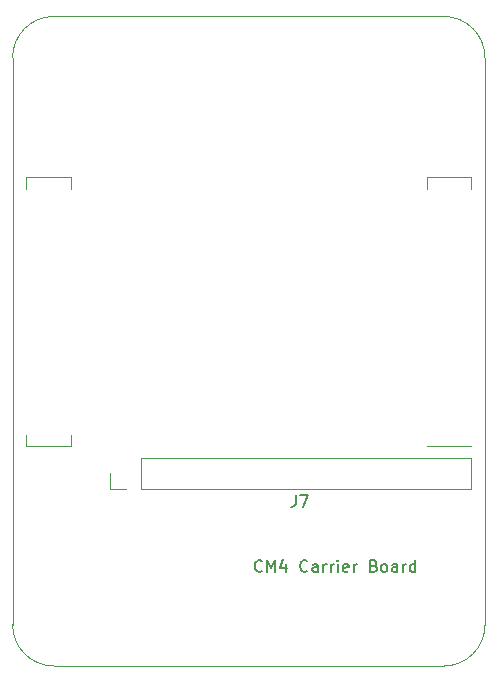
<source format=gto>
%TF.GenerationSoftware,KiCad,Pcbnew,7.0.5*%
%TF.CreationDate,2023-07-07T08:41:41+03:00*%
%TF.ProjectId,carrier_board_v1,63617272-6965-4725-9f62-6f6172645f76,v01*%
%TF.SameCoordinates,Original*%
%TF.FileFunction,Legend,Top*%
%TF.FilePolarity,Positive*%
%FSLAX46Y46*%
G04 Gerber Fmt 4.6, Leading zero omitted, Abs format (unit mm)*
G04 Created by KiCad (PCBNEW 7.0.5) date 2023-07-07 08:41:41*
%MOMM*%
%LPD*%
G01*
G04 APERTURE LIST*
%ADD10C,0.150000*%
%ADD11C,0.120000*%
%ADD12R,1.700000X1.700000*%
%ADD13O,1.700000X1.700000*%
%ADD14C,6.100000*%
%ADD15R,0.700000X0.200000*%
%ADD16C,0.499999*%
%ADD17C,1.168400*%
%ADD18C,0.650000*%
%ADD19O,1.050000X2.100000*%
%ADD20O,1.000000X2.000000*%
G04 APERTURE END LIST*
D10*
X147610713Y-125434580D02*
X147563094Y-125482200D01*
X147563094Y-125482200D02*
X147420237Y-125529819D01*
X147420237Y-125529819D02*
X147324999Y-125529819D01*
X147324999Y-125529819D02*
X147182142Y-125482200D01*
X147182142Y-125482200D02*
X147086904Y-125386961D01*
X147086904Y-125386961D02*
X147039285Y-125291723D01*
X147039285Y-125291723D02*
X146991666Y-125101247D01*
X146991666Y-125101247D02*
X146991666Y-124958390D01*
X146991666Y-124958390D02*
X147039285Y-124767914D01*
X147039285Y-124767914D02*
X147086904Y-124672676D01*
X147086904Y-124672676D02*
X147182142Y-124577438D01*
X147182142Y-124577438D02*
X147324999Y-124529819D01*
X147324999Y-124529819D02*
X147420237Y-124529819D01*
X147420237Y-124529819D02*
X147563094Y-124577438D01*
X147563094Y-124577438D02*
X147610713Y-124625057D01*
X148039285Y-125529819D02*
X148039285Y-124529819D01*
X148039285Y-124529819D02*
X148372618Y-125244104D01*
X148372618Y-125244104D02*
X148705951Y-124529819D01*
X148705951Y-124529819D02*
X148705951Y-125529819D01*
X149610713Y-124863152D02*
X149610713Y-125529819D01*
X149372618Y-124482200D02*
X149134523Y-125196485D01*
X149134523Y-125196485D02*
X149753570Y-125196485D01*
X151467856Y-125434580D02*
X151420237Y-125482200D01*
X151420237Y-125482200D02*
X151277380Y-125529819D01*
X151277380Y-125529819D02*
X151182142Y-125529819D01*
X151182142Y-125529819D02*
X151039285Y-125482200D01*
X151039285Y-125482200D02*
X150944047Y-125386961D01*
X150944047Y-125386961D02*
X150896428Y-125291723D01*
X150896428Y-125291723D02*
X150848809Y-125101247D01*
X150848809Y-125101247D02*
X150848809Y-124958390D01*
X150848809Y-124958390D02*
X150896428Y-124767914D01*
X150896428Y-124767914D02*
X150944047Y-124672676D01*
X150944047Y-124672676D02*
X151039285Y-124577438D01*
X151039285Y-124577438D02*
X151182142Y-124529819D01*
X151182142Y-124529819D02*
X151277380Y-124529819D01*
X151277380Y-124529819D02*
X151420237Y-124577438D01*
X151420237Y-124577438D02*
X151467856Y-124625057D01*
X152324999Y-125529819D02*
X152324999Y-125006009D01*
X152324999Y-125006009D02*
X152277380Y-124910771D01*
X152277380Y-124910771D02*
X152182142Y-124863152D01*
X152182142Y-124863152D02*
X151991666Y-124863152D01*
X151991666Y-124863152D02*
X151896428Y-124910771D01*
X152324999Y-125482200D02*
X152229761Y-125529819D01*
X152229761Y-125529819D02*
X151991666Y-125529819D01*
X151991666Y-125529819D02*
X151896428Y-125482200D01*
X151896428Y-125482200D02*
X151848809Y-125386961D01*
X151848809Y-125386961D02*
X151848809Y-125291723D01*
X151848809Y-125291723D02*
X151896428Y-125196485D01*
X151896428Y-125196485D02*
X151991666Y-125148866D01*
X151991666Y-125148866D02*
X152229761Y-125148866D01*
X152229761Y-125148866D02*
X152324999Y-125101247D01*
X152801190Y-125529819D02*
X152801190Y-124863152D01*
X152801190Y-125053628D02*
X152848809Y-124958390D01*
X152848809Y-124958390D02*
X152896428Y-124910771D01*
X152896428Y-124910771D02*
X152991666Y-124863152D01*
X152991666Y-124863152D02*
X153086904Y-124863152D01*
X153420238Y-125529819D02*
X153420238Y-124863152D01*
X153420238Y-125053628D02*
X153467857Y-124958390D01*
X153467857Y-124958390D02*
X153515476Y-124910771D01*
X153515476Y-124910771D02*
X153610714Y-124863152D01*
X153610714Y-124863152D02*
X153705952Y-124863152D01*
X154039286Y-125529819D02*
X154039286Y-124863152D01*
X154039286Y-124529819D02*
X153991667Y-124577438D01*
X153991667Y-124577438D02*
X154039286Y-124625057D01*
X154039286Y-124625057D02*
X154086905Y-124577438D01*
X154086905Y-124577438D02*
X154039286Y-124529819D01*
X154039286Y-124529819D02*
X154039286Y-124625057D01*
X154896428Y-125482200D02*
X154801190Y-125529819D01*
X154801190Y-125529819D02*
X154610714Y-125529819D01*
X154610714Y-125529819D02*
X154515476Y-125482200D01*
X154515476Y-125482200D02*
X154467857Y-125386961D01*
X154467857Y-125386961D02*
X154467857Y-125006009D01*
X154467857Y-125006009D02*
X154515476Y-124910771D01*
X154515476Y-124910771D02*
X154610714Y-124863152D01*
X154610714Y-124863152D02*
X154801190Y-124863152D01*
X154801190Y-124863152D02*
X154896428Y-124910771D01*
X154896428Y-124910771D02*
X154944047Y-125006009D01*
X154944047Y-125006009D02*
X154944047Y-125101247D01*
X154944047Y-125101247D02*
X154467857Y-125196485D01*
X155372619Y-125529819D02*
X155372619Y-124863152D01*
X155372619Y-125053628D02*
X155420238Y-124958390D01*
X155420238Y-124958390D02*
X155467857Y-124910771D01*
X155467857Y-124910771D02*
X155563095Y-124863152D01*
X155563095Y-124863152D02*
X155658333Y-124863152D01*
X157086905Y-125006009D02*
X157229762Y-125053628D01*
X157229762Y-125053628D02*
X157277381Y-125101247D01*
X157277381Y-125101247D02*
X157325000Y-125196485D01*
X157325000Y-125196485D02*
X157325000Y-125339342D01*
X157325000Y-125339342D02*
X157277381Y-125434580D01*
X157277381Y-125434580D02*
X157229762Y-125482200D01*
X157229762Y-125482200D02*
X157134524Y-125529819D01*
X157134524Y-125529819D02*
X156753572Y-125529819D01*
X156753572Y-125529819D02*
X156753572Y-124529819D01*
X156753572Y-124529819D02*
X157086905Y-124529819D01*
X157086905Y-124529819D02*
X157182143Y-124577438D01*
X157182143Y-124577438D02*
X157229762Y-124625057D01*
X157229762Y-124625057D02*
X157277381Y-124720295D01*
X157277381Y-124720295D02*
X157277381Y-124815533D01*
X157277381Y-124815533D02*
X157229762Y-124910771D01*
X157229762Y-124910771D02*
X157182143Y-124958390D01*
X157182143Y-124958390D02*
X157086905Y-125006009D01*
X157086905Y-125006009D02*
X156753572Y-125006009D01*
X157896429Y-125529819D02*
X157801191Y-125482200D01*
X157801191Y-125482200D02*
X157753572Y-125434580D01*
X157753572Y-125434580D02*
X157705953Y-125339342D01*
X157705953Y-125339342D02*
X157705953Y-125053628D01*
X157705953Y-125053628D02*
X157753572Y-124958390D01*
X157753572Y-124958390D02*
X157801191Y-124910771D01*
X157801191Y-124910771D02*
X157896429Y-124863152D01*
X157896429Y-124863152D02*
X158039286Y-124863152D01*
X158039286Y-124863152D02*
X158134524Y-124910771D01*
X158134524Y-124910771D02*
X158182143Y-124958390D01*
X158182143Y-124958390D02*
X158229762Y-125053628D01*
X158229762Y-125053628D02*
X158229762Y-125339342D01*
X158229762Y-125339342D02*
X158182143Y-125434580D01*
X158182143Y-125434580D02*
X158134524Y-125482200D01*
X158134524Y-125482200D02*
X158039286Y-125529819D01*
X158039286Y-125529819D02*
X157896429Y-125529819D01*
X159086905Y-125529819D02*
X159086905Y-125006009D01*
X159086905Y-125006009D02*
X159039286Y-124910771D01*
X159039286Y-124910771D02*
X158944048Y-124863152D01*
X158944048Y-124863152D02*
X158753572Y-124863152D01*
X158753572Y-124863152D02*
X158658334Y-124910771D01*
X159086905Y-125482200D02*
X158991667Y-125529819D01*
X158991667Y-125529819D02*
X158753572Y-125529819D01*
X158753572Y-125529819D02*
X158658334Y-125482200D01*
X158658334Y-125482200D02*
X158610715Y-125386961D01*
X158610715Y-125386961D02*
X158610715Y-125291723D01*
X158610715Y-125291723D02*
X158658334Y-125196485D01*
X158658334Y-125196485D02*
X158753572Y-125148866D01*
X158753572Y-125148866D02*
X158991667Y-125148866D01*
X158991667Y-125148866D02*
X159086905Y-125101247D01*
X159563096Y-125529819D02*
X159563096Y-124863152D01*
X159563096Y-125053628D02*
X159610715Y-124958390D01*
X159610715Y-124958390D02*
X159658334Y-124910771D01*
X159658334Y-124910771D02*
X159753572Y-124863152D01*
X159753572Y-124863152D02*
X159848810Y-124863152D01*
X160610715Y-125529819D02*
X160610715Y-124529819D01*
X160610715Y-125482200D02*
X160515477Y-125529819D01*
X160515477Y-125529819D02*
X160325001Y-125529819D01*
X160325001Y-125529819D02*
X160229763Y-125482200D01*
X160229763Y-125482200D02*
X160182144Y-125434580D01*
X160182144Y-125434580D02*
X160134525Y-125339342D01*
X160134525Y-125339342D02*
X160134525Y-125053628D01*
X160134525Y-125053628D02*
X160182144Y-124958390D01*
X160182144Y-124958390D02*
X160229763Y-124910771D01*
X160229763Y-124910771D02*
X160325001Y-124863152D01*
X160325001Y-124863152D02*
X160515477Y-124863152D01*
X160515477Y-124863152D02*
X160610715Y-124910771D01*
%TO.C,J7*%
X150466666Y-119029819D02*
X150466666Y-119744104D01*
X150466666Y-119744104D02*
X150419047Y-119886961D01*
X150419047Y-119886961D02*
X150323809Y-119982200D01*
X150323809Y-119982200D02*
X150180952Y-120029819D01*
X150180952Y-120029819D02*
X150085714Y-120029819D01*
X150847619Y-119029819D02*
X151514285Y-119029819D01*
X151514285Y-119029819D02*
X151085714Y-120029819D01*
D11*
X134745000Y-118530000D02*
X134745000Y-117200000D01*
X136075000Y-118530000D02*
X134745000Y-118530000D01*
X137345000Y-118530000D02*
X165345000Y-118530000D01*
X137345000Y-118530000D02*
X137345000Y-115870000D01*
X165345000Y-118530000D02*
X165345000Y-115870000D01*
X137345000Y-115870000D02*
X165345000Y-115870000D01*
%TO.C,V1*%
X166500000Y-130000000D02*
X166500000Y-82000000D01*
X165350000Y-114900000D02*
X161570000Y-114900000D01*
X165350000Y-92100000D02*
X165350000Y-93100000D01*
X165350000Y-92100000D02*
X161570000Y-92100000D01*
X163000000Y-78500000D02*
X130000000Y-78500000D01*
X161570000Y-92100000D02*
X161570000Y-93100000D01*
X131430000Y-114900000D02*
X131430000Y-113900000D01*
X131430000Y-114900000D02*
X127650000Y-114900000D01*
X131430000Y-92100000D02*
X131430000Y-93100000D01*
X131430000Y-92100000D02*
X127650000Y-92100000D01*
X130000000Y-133500000D02*
X163000000Y-133500000D01*
X127650000Y-114900000D02*
X127650000Y-113900000D01*
X127650000Y-92100000D02*
X127650000Y-93100000D01*
X126500000Y-82000000D02*
X126500000Y-130000000D01*
X163000000Y-133500000D02*
G75*
G03*
X166500000Y-130000000I1J3499999D01*
G01*
X166500000Y-82000000D02*
G75*
G03*
X163000000Y-78500000I-3499999J1D01*
G01*
X126500000Y-130000000D02*
G75*
G03*
X130000000Y-133500000I3500000J0D01*
G01*
X130000000Y-78500000D02*
G75*
G03*
X126500000Y-82000000I0J-3500000D01*
G01*
%TD*%
%LPC*%
D12*
%TO.C,J7*%
X136075000Y-117200000D03*
D13*
X138615000Y-117200000D03*
X141155000Y-117200000D03*
X143695000Y-117200000D03*
X146235000Y-117200000D03*
X148775000Y-117200000D03*
X151315000Y-117200000D03*
X153855000Y-117200000D03*
X156395000Y-117200000D03*
X158935000Y-117200000D03*
X161475000Y-117200000D03*
X164015000Y-117200000D03*
%TD*%
D14*
%TO.C,V1*%
X163000000Y-130000000D03*
X163000000Y-82000000D03*
X130000000Y-130000000D03*
X130000000Y-82000000D03*
D15*
X165000000Y-113300000D03*
X161920000Y-113300000D03*
X165000000Y-112900000D03*
X161920000Y-112900000D03*
X165000000Y-112500000D03*
X161920000Y-112500000D03*
X165000000Y-112100000D03*
X161920000Y-112100000D03*
X165000000Y-111700000D03*
X161920000Y-111700000D03*
X165000000Y-111300000D03*
X161920000Y-111300000D03*
X165000000Y-110900000D03*
X161920000Y-110900000D03*
X165000000Y-110500000D03*
X161920000Y-110500000D03*
X165000000Y-110100000D03*
X161920000Y-110100000D03*
X165000000Y-109700000D03*
X161920000Y-109700000D03*
X165000000Y-109300000D03*
X161920000Y-109300000D03*
X165000000Y-108900000D03*
X161920000Y-108900000D03*
X165000000Y-108500000D03*
X161920000Y-108500000D03*
X165000000Y-108100000D03*
X161920000Y-108100000D03*
X165000000Y-107700000D03*
X161920000Y-107700000D03*
X165000000Y-107300000D03*
X161920000Y-107300000D03*
X165000000Y-106900000D03*
X161920000Y-106900000D03*
X165000000Y-106500000D03*
X161920000Y-106500000D03*
X165000000Y-106100000D03*
X161920000Y-106100000D03*
X165000000Y-105700000D03*
X161920000Y-105700000D03*
X165000000Y-105300000D03*
X161920000Y-105300000D03*
X165000000Y-104900000D03*
X161920000Y-104900000D03*
X165000000Y-104500000D03*
X161920000Y-104500000D03*
X165000000Y-104100000D03*
X161920000Y-104100000D03*
X165000000Y-103700000D03*
X161920000Y-103700000D03*
X165000000Y-103300000D03*
X161920000Y-103300000D03*
X165000000Y-102900000D03*
X161920000Y-102900000D03*
X165000000Y-102500000D03*
X161920000Y-102500000D03*
X165000000Y-102100000D03*
X161920000Y-102100000D03*
X165000000Y-101700000D03*
X161920000Y-101700000D03*
X165000000Y-101300000D03*
X161920000Y-101300000D03*
X165000000Y-100900000D03*
X161920000Y-100900000D03*
X165000000Y-100500000D03*
X161920000Y-100500000D03*
X165000000Y-100100000D03*
X161920000Y-100100000D03*
X165000000Y-99700000D03*
X161920000Y-99700000D03*
X165000000Y-99300000D03*
X161920000Y-99300000D03*
X165000000Y-98900000D03*
X161920000Y-98900000D03*
X165000000Y-98500000D03*
X161920000Y-98500000D03*
X165000000Y-98100000D03*
X161920000Y-98100000D03*
X165000000Y-97700000D03*
X161920000Y-97700000D03*
X165000000Y-97300000D03*
X161920000Y-97300000D03*
X165000000Y-96900000D03*
X161920000Y-96900000D03*
X165000000Y-96500000D03*
X161920000Y-96500000D03*
X165000000Y-96100000D03*
X161920000Y-96100000D03*
X165000000Y-95700000D03*
X161920000Y-95700000D03*
X165000000Y-95300000D03*
X161920000Y-95300000D03*
X165000000Y-94900000D03*
X161920000Y-94900000D03*
X165000000Y-94500000D03*
X161920000Y-94500000D03*
X165000000Y-94100000D03*
X161920000Y-94100000D03*
X165000000Y-93700000D03*
X161920000Y-93700000D03*
X131080000Y-113300000D03*
X128000000Y-113300000D03*
X131080000Y-112900000D03*
X128000000Y-112900000D03*
X131080000Y-112500000D03*
X128000000Y-112500000D03*
X131080000Y-112100000D03*
X128000000Y-112100000D03*
X131080000Y-111700000D03*
X128000000Y-111700000D03*
X131080000Y-111300000D03*
X128000000Y-111300000D03*
X131080000Y-110900000D03*
X128000000Y-110900000D03*
X131080000Y-110500000D03*
X128000000Y-110500000D03*
X131080000Y-110100000D03*
X128000000Y-110100000D03*
X131080000Y-109700000D03*
X128000000Y-109700000D03*
X131080000Y-109300000D03*
X128000000Y-109300000D03*
X131080000Y-108900000D03*
X128000000Y-108900000D03*
X131080000Y-108500000D03*
X128000000Y-108500000D03*
X131080000Y-108100000D03*
X128000000Y-108100000D03*
X131080000Y-107700000D03*
X128000000Y-107700000D03*
X131080000Y-107300000D03*
X128000000Y-107300000D03*
X131080000Y-106900000D03*
X128000000Y-106900000D03*
X131080000Y-106500000D03*
X128000000Y-106500000D03*
X131080000Y-106100000D03*
X128000000Y-106100000D03*
X131080000Y-105700000D03*
X128000000Y-105700000D03*
X131080000Y-105300000D03*
X128000000Y-105300000D03*
X131080000Y-104900000D03*
X128000000Y-104900000D03*
X131080000Y-104500000D03*
X128000000Y-104500000D03*
X131080000Y-104100000D03*
X128000000Y-104100000D03*
X131080000Y-103700000D03*
X128000000Y-103700000D03*
X131080000Y-103300000D03*
X128000000Y-103300000D03*
X131080000Y-102900000D03*
X128000000Y-102900000D03*
X131080000Y-102500000D03*
X128000000Y-102500000D03*
X131080000Y-102100000D03*
X128000000Y-102100000D03*
X131080000Y-101700000D03*
X128000000Y-101700000D03*
X131080000Y-101300000D03*
X128000000Y-101300000D03*
X131080000Y-100900000D03*
X128000000Y-100900000D03*
X131080000Y-100500000D03*
X128000000Y-100500000D03*
X131080000Y-100100000D03*
X128000000Y-100100000D03*
X131080000Y-99700000D03*
X128000000Y-99700000D03*
X131080000Y-99300000D03*
X128000000Y-99300000D03*
X131080000Y-98900000D03*
X128000000Y-98900000D03*
X131080000Y-98500000D03*
X128000000Y-98500000D03*
X131080000Y-98100000D03*
X128000000Y-98100000D03*
X131080000Y-97700000D03*
X128000000Y-97700000D03*
X131080000Y-97300000D03*
X128000000Y-97300000D03*
X131080000Y-96900000D03*
X128000000Y-96900000D03*
X131080000Y-96500000D03*
X128000000Y-96500000D03*
X131080000Y-96100000D03*
X128000000Y-96100000D03*
X131080000Y-95700000D03*
X128000000Y-95700000D03*
X131080000Y-95300000D03*
X128000000Y-95300000D03*
X131080000Y-94900000D03*
X128000000Y-94900000D03*
X131080000Y-94500000D03*
X128000000Y-94500000D03*
X131080000Y-94100000D03*
X128000000Y-94100000D03*
X131080000Y-93700000D03*
X128000000Y-93700000D03*
%TD*%
D16*
%TO.C,U1*%
X147964999Y-90314998D03*
X147964999Y-89135001D03*
X147375000Y-89725000D03*
X146785001Y-90314998D03*
X146785001Y-89135001D03*
%TD*%
D17*
%TO.C,C7*%
X162080000Y-89475000D03*
X164620000Y-89475000D03*
%TD*%
D18*
%TO.C,J4*%
X141377500Y-128125000D03*
X135597500Y-128125000D03*
D19*
X142807500Y-127625000D03*
D20*
X142807500Y-131805000D03*
X134167500Y-131805000D03*
D19*
X134167500Y-127625000D03*
%TD*%
D18*
%TO.C,J6*%
X135160000Y-84930000D03*
X140940000Y-84930000D03*
D19*
X133730000Y-85430000D03*
D20*
X133730000Y-81250000D03*
X142370000Y-81250000D03*
D19*
X142370000Y-85430000D03*
%TD*%
%LPD*%
M02*

</source>
